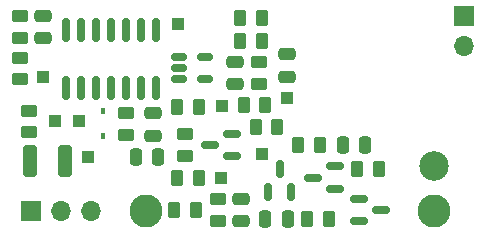
<source format=gbs>
G04 #@! TF.GenerationSoftware,KiCad,Pcbnew,(5.99.0-8941-ge2f8b1a4b1)*
G04 #@! TF.CreationDate,2021-03-24T22:34:04+13:00*
G04 #@! TF.ProjectId,OpenHVPS-5,4f70656e-4856-4505-932d-352e6b696361,V1.2.0*
G04 #@! TF.SameCoordinates,Original*
G04 #@! TF.FileFunction,Soldermask,Bot*
G04 #@! TF.FilePolarity,Negative*
%FSLAX46Y46*%
G04 Gerber Fmt 4.6, Leading zero omitted, Abs format (unit mm)*
G04 Created by KiCad (PCBNEW (5.99.0-8941-ge2f8b1a4b1)) date 2021-03-24 22:34:04*
%MOMM*%
%LPD*%
G01*
G04 APERTURE LIST*
G04 Aperture macros list*
%AMRoundRect*
0 Rectangle with rounded corners*
0 $1 Rounding radius*
0 $2 $3 $4 $5 $6 $7 $8 $9 X,Y pos of 4 corners*
0 Add a 4 corners polygon primitive as box body*
4,1,4,$2,$3,$4,$5,$6,$7,$8,$9,$2,$3,0*
0 Add four circle primitives for the rounded corners*
1,1,$1+$1,$2,$3*
1,1,$1+$1,$4,$5*
1,1,$1+$1,$6,$7*
1,1,$1+$1,$8,$9*
0 Add four rect primitives between the rounded corners*
20,1,$1+$1,$2,$3,$4,$5,0*
20,1,$1+$1,$4,$5,$6,$7,0*
20,1,$1+$1,$6,$7,$8,$9,0*
20,1,$1+$1,$8,$9,$2,$3,0*%
G04 Aperture macros list end*
%ADD10R,1.700000X1.700000*%
%ADD11O,1.700000X1.700000*%
%ADD12C,2.500000*%
%ADD13C,2.800000*%
%ADD14R,1.000000X1.000000*%
%ADD15RoundRect,0.250000X-0.262500X-0.450000X0.262500X-0.450000X0.262500X0.450000X-0.262500X0.450000X0*%
%ADD16RoundRect,0.150000X0.587500X0.150000X-0.587500X0.150000X-0.587500X-0.150000X0.587500X-0.150000X0*%
%ADD17RoundRect,0.250000X-0.250000X-0.475000X0.250000X-0.475000X0.250000X0.475000X-0.250000X0.475000X0*%
%ADD18RoundRect,0.250000X-0.475000X0.250000X-0.475000X-0.250000X0.475000X-0.250000X0.475000X0.250000X0*%
%ADD19RoundRect,0.250000X0.450000X-0.262500X0.450000X0.262500X-0.450000X0.262500X-0.450000X-0.262500X0*%
%ADD20RoundRect,0.250000X-0.450000X0.262500X-0.450000X-0.262500X0.450000X-0.262500X0.450000X0.262500X0*%
%ADD21R,0.450000X0.600000*%
%ADD22RoundRect,0.150000X-0.512500X-0.150000X0.512500X-0.150000X0.512500X0.150000X-0.512500X0.150000X0*%
%ADD23RoundRect,0.150000X-0.587500X-0.150000X0.587500X-0.150000X0.587500X0.150000X-0.587500X0.150000X0*%
%ADD24RoundRect,0.150000X0.150000X-0.587500X0.150000X0.587500X-0.150000X0.587500X-0.150000X-0.587500X0*%
%ADD25RoundRect,0.250000X0.262500X0.450000X-0.262500X0.450000X-0.262500X-0.450000X0.262500X-0.450000X0*%
%ADD26RoundRect,0.150000X0.150000X-0.825000X0.150000X0.825000X-0.150000X0.825000X-0.150000X-0.825000X0*%
%ADD27RoundRect,0.250000X0.250000X0.475000X-0.250000X0.475000X-0.250000X-0.475000X0.250000X-0.475000X0*%
%ADD28RoundRect,0.250000X0.475000X-0.250000X0.475000X0.250000X-0.475000X0.250000X-0.475000X-0.250000X0*%
%ADD29RoundRect,0.250000X-0.325000X-1.100000X0.325000X-1.100000X0.325000X1.100000X-0.325000X1.100000X0*%
G04 APERTURE END LIST*
D10*
X165100000Y-59055000D03*
D11*
X165100000Y-61595000D03*
D12*
X162560000Y-71755000D03*
D13*
X162560000Y-75565000D03*
X138176000Y-75565000D03*
D10*
X128500000Y-75565000D03*
D11*
X131040000Y-75565000D03*
X133580000Y-75565000D03*
D14*
X132520000Y-68020000D03*
D15*
X140607500Y-75520000D03*
X142432500Y-75520000D03*
D14*
X150100000Y-66000000D03*
D15*
X140857500Y-72770000D03*
X142682500Y-72770000D03*
D16*
X154207500Y-71820000D03*
X154207500Y-73720000D03*
X152332500Y-72770000D03*
D14*
X140926250Y-59800000D03*
D15*
X146187500Y-61200000D03*
X148012500Y-61200000D03*
D17*
X148320000Y-76270000D03*
X150220000Y-76270000D03*
D18*
X129520000Y-59070000D03*
X129520000Y-60970000D03*
D14*
X133270000Y-71020000D03*
D17*
X154870000Y-70020000D03*
X156770000Y-70020000D03*
D19*
X141520000Y-70932500D03*
X141520000Y-69107500D03*
D20*
X144270000Y-74607500D03*
X144270000Y-76432500D03*
D21*
X134520000Y-67170000D03*
X134520000Y-69270000D03*
D20*
X127520000Y-59107500D03*
X127520000Y-60932500D03*
D22*
X140962500Y-64450000D03*
X140962500Y-63500000D03*
X140962500Y-62550000D03*
X143237500Y-62550000D03*
X143237500Y-64450000D03*
D18*
X146270000Y-74570000D03*
X146270000Y-76470000D03*
D23*
X156262500Y-76470000D03*
X156262500Y-74570000D03*
X158137500Y-75520000D03*
D15*
X146487500Y-66600000D03*
X148312500Y-66600000D03*
D24*
X150470000Y-73957500D03*
X148570000Y-73957500D03*
X149520000Y-72082500D03*
D14*
X129520000Y-64270000D03*
D25*
X148013750Y-59250000D03*
X146188750Y-59250000D03*
D18*
X138770000Y-67320000D03*
X138770000Y-69220000D03*
D15*
X147487500Y-68500000D03*
X149312500Y-68500000D03*
D14*
X144600000Y-66700000D03*
X144520000Y-72770000D03*
X148020000Y-70770000D03*
D26*
X139080000Y-65195000D03*
X137810000Y-65195000D03*
X136540000Y-65195000D03*
X135270000Y-65195000D03*
X134000000Y-65195000D03*
X132730000Y-65195000D03*
X131460000Y-65195000D03*
X131460000Y-60245000D03*
X132730000Y-60245000D03*
X134000000Y-60245000D03*
X135270000Y-60245000D03*
X136540000Y-60245000D03*
X137810000Y-60245000D03*
X139080000Y-60245000D03*
D20*
X128270000Y-67107500D03*
X128270000Y-68932500D03*
D27*
X139220000Y-71020000D03*
X137320000Y-71020000D03*
D28*
X145700000Y-64850000D03*
X145700000Y-62950000D03*
D15*
X140857500Y-66770000D03*
X142682500Y-66770000D03*
D20*
X136520000Y-67307500D03*
X136520000Y-69132500D03*
D15*
X156107500Y-72020000D03*
X157932500Y-72020000D03*
D14*
X130520000Y-68020000D03*
D16*
X145457500Y-69070000D03*
X145457500Y-70970000D03*
X143582500Y-70020000D03*
D25*
X152932500Y-70020000D03*
X151107500Y-70020000D03*
D28*
X150100000Y-64250000D03*
X150100000Y-62350000D03*
D19*
X127520000Y-64432500D03*
X127520000Y-62607500D03*
X147800000Y-64812500D03*
X147800000Y-62987500D03*
D29*
X128368000Y-71341500D03*
X131318000Y-71341500D03*
D25*
X153682500Y-76270000D03*
X151857500Y-76270000D03*
M02*

</source>
